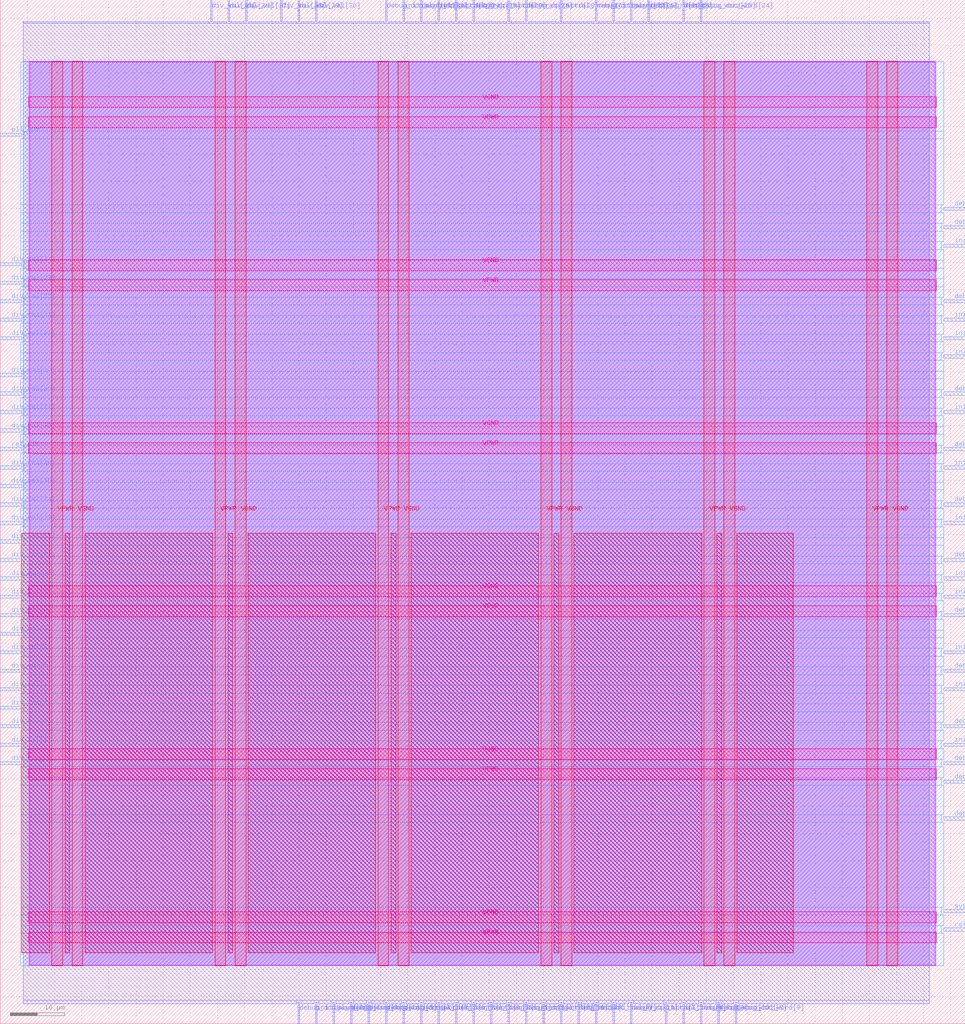
<source format=lef>
VERSION 5.7 ;
  NOWIREEXTENSIONATPIN ON ;
  DIVIDERCHAR "/" ;
  BUSBITCHARS "[]" ;
MACRO pll_top
  CLASS BLOCK ;
  FOREIGN pll_top ;
  ORIGIN 0.000 0.000 ;
  SIZE 177.635 BY 188.355 ;
  PIN VGND
    DIRECTION INOUT ;
    USE GROUND ;
    PORT
      LAYER met4 ;
        RECT 13.220 10.640 15.220 177.040 ;
    END
    PORT
      LAYER met4 ;
        RECT 43.220 10.640 45.220 177.040 ;
    END
    PORT
      LAYER met4 ;
        RECT 73.220 10.640 75.220 177.040 ;
    END
    PORT
      LAYER met4 ;
        RECT 103.220 10.640 105.220 177.040 ;
    END
    PORT
      LAYER met4 ;
        RECT 133.220 10.640 135.220 177.040 ;
    END
    PORT
      LAYER met4 ;
        RECT 163.220 10.640 165.220 177.040 ;
    END
    PORT
      LAYER met5 ;
        RECT 5.280 18.580 172.280 20.580 ;
    END
    PORT
      LAYER met5 ;
        RECT 5.280 48.580 172.280 50.580 ;
    END
    PORT
      LAYER met5 ;
        RECT 5.280 78.580 172.280 80.580 ;
    END
    PORT
      LAYER met5 ;
        RECT 5.280 108.580 172.280 110.580 ;
    END
    PORT
      LAYER met5 ;
        RECT 5.280 138.580 172.280 140.580 ;
    END
    PORT
      LAYER met5 ;
        RECT 5.280 168.580 172.280 170.580 ;
    END
  END VGND
  PIN VPWR
    DIRECTION INOUT ;
    USE POWER ;
    PORT
      LAYER met4 ;
        RECT 9.520 10.640 11.520 177.040 ;
    END
    PORT
      LAYER met4 ;
        RECT 39.520 10.640 41.520 177.040 ;
    END
    PORT
      LAYER met4 ;
        RECT 69.520 10.640 71.520 177.040 ;
    END
    PORT
      LAYER met4 ;
        RECT 99.520 10.640 101.520 177.040 ;
    END
    PORT
      LAYER met4 ;
        RECT 129.520 10.640 131.520 177.040 ;
    END
    PORT
      LAYER met4 ;
        RECT 159.520 10.640 161.520 177.040 ;
    END
    PORT
      LAYER met5 ;
        RECT 5.280 14.880 172.280 16.880 ;
    END
    PORT
      LAYER met5 ;
        RECT 5.280 44.880 172.280 46.880 ;
    END
    PORT
      LAYER met5 ;
        RECT 5.280 74.880 172.280 76.880 ;
    END
    PORT
      LAYER met5 ;
        RECT 5.280 104.880 172.280 106.880 ;
    END
    PORT
      LAYER met5 ;
        RECT 5.280 134.880 172.280 136.880 ;
    END
    PORT
      LAYER met5 ;
        RECT 5.280 164.880 172.280 166.880 ;
    END
  END VPWR
  PIN debug_dco_word[0]
    DIRECTION OUTPUT ;
    USE SIGNAL ;
    ANTENNADIFFAREA 0.445500 ;
    PORT
      LAYER met2 ;
        RECT 54.830 0.000 55.110 4.000 ;
    END
  END debug_dco_word[0]
  PIN debug_dco_word[10]
    DIRECTION OUTPUT ;
    USE SIGNAL ;
    ANTENNADIFFAREA 0.445500 ;
    PORT
      LAYER met2 ;
        RECT 128.890 0.000 129.170 4.000 ;
    END
  END debug_dco_word[10]
  PIN debug_dco_word[11]
    DIRECTION OUTPUT ;
    USE SIGNAL ;
    ANTENNADIFFAREA 0.445500 ;
    PORT
      LAYER met3 ;
        RECT 173.635 37.440 177.635 38.040 ;
    END
  END debug_dco_word[11]
  PIN debug_dco_word[12]
    DIRECTION OUTPUT ;
    USE SIGNAL ;
    ANTENNADIFFAREA 0.445500 ;
    PORT
      LAYER met3 ;
        RECT 173.635 44.240 177.635 44.840 ;
    END
  END debug_dco_word[12]
  PIN debug_dco_word[13]
    DIRECTION OUTPUT ;
    USE SIGNAL ;
    ANTENNADIFFAREA 0.445500 ;
    PORT
      LAYER met3 ;
        RECT 173.635 47.640 177.635 48.240 ;
    END
  END debug_dco_word[13]
  PIN debug_dco_word[14]
    DIRECTION OUTPUT ;
    USE SIGNAL ;
    ANTENNADIFFAREA 0.445500 ;
    PORT
      LAYER met3 ;
        RECT 173.635 54.440 177.635 55.040 ;
    END
  END debug_dco_word[14]
  PIN debug_dco_word[15]
    DIRECTION OUTPUT ;
    USE SIGNAL ;
    ANTENNADIFFAREA 0.445500 ;
    PORT
      LAYER met3 ;
        RECT 173.635 64.640 177.635 65.240 ;
    END
  END debug_dco_word[15]
  PIN debug_dco_word[16]
    DIRECTION OUTPUT ;
    USE SIGNAL ;
    ANTENNADIFFAREA 0.445500 ;
    PORT
      LAYER met3 ;
        RECT 173.635 74.840 177.635 75.440 ;
    END
  END debug_dco_word[16]
  PIN debug_dco_word[17]
    DIRECTION OUTPUT ;
    USE SIGNAL ;
    ANTENNADIFFAREA 0.445500 ;
    PORT
      LAYER met3 ;
        RECT 173.635 85.040 177.635 85.640 ;
    END
  END debug_dco_word[17]
  PIN debug_dco_word[18]
    DIRECTION OUTPUT ;
    USE SIGNAL ;
    ANTENNADIFFAREA 0.445500 ;
    PORT
      LAYER met3 ;
        RECT 173.635 95.240 177.635 95.840 ;
    END
  END debug_dco_word[18]
  PIN debug_dco_word[19]
    DIRECTION OUTPUT ;
    USE SIGNAL ;
    ANTENNADIFFAREA 0.445500 ;
    PORT
      LAYER met3 ;
        RECT 173.635 105.440 177.635 106.040 ;
    END
  END debug_dco_word[19]
  PIN debug_dco_word[1]
    DIRECTION OUTPUT ;
    USE SIGNAL ;
    ANTENNADIFFAREA 0.445500 ;
    PORT
      LAYER met2 ;
        RECT 64.490 0.000 64.770 4.000 ;
    END
  END debug_dco_word[1]
  PIN debug_dco_word[20]
    DIRECTION OUTPUT ;
    USE SIGNAL ;
    ANTENNADIFFAREA 0.445500 ;
    PORT
      LAYER met3 ;
        RECT 173.635 115.640 177.635 116.240 ;
    END
  END debug_dco_word[20]
  PIN debug_dco_word[21]
    DIRECTION OUTPUT ;
    USE SIGNAL ;
    ANTENNADIFFAREA 0.445500 ;
    PORT
      LAYER met3 ;
        RECT 173.635 132.640 177.635 133.240 ;
    END
  END debug_dco_word[21]
  PIN debug_dco_word[22]
    DIRECTION OUTPUT ;
    USE SIGNAL ;
    ANTENNADIFFAREA 0.445500 ;
    PORT
      LAYER met3 ;
        RECT 173.635 146.240 177.635 146.840 ;
    END
  END debug_dco_word[22]
  PIN debug_dco_word[23]
    DIRECTION OUTPUT ;
    USE SIGNAL ;
    ANTENNADIFFAREA 0.445500 ;
    PORT
      LAYER met3 ;
        RECT 173.635 149.640 177.635 150.240 ;
    END
  END debug_dco_word[23]
  PIN debug_dco_word[24]
    DIRECTION OUTPUT ;
    USE SIGNAL ;
    ANTENNADIFFAREA 0.445500 ;
    PORT
      LAYER met2 ;
        RECT 128.890 184.355 129.170 188.355 ;
    END
  END debug_dco_word[24]
  PIN debug_dco_word[25]
    DIRECTION OUTPUT ;
    USE SIGNAL ;
    ANTENNADIFFAREA 0.445500 ;
    PORT
      LAYER met2 ;
        RECT 125.670 184.355 125.950 188.355 ;
    END
  END debug_dco_word[25]
  PIN debug_dco_word[26]
    DIRECTION OUTPUT ;
    USE SIGNAL ;
    ANTENNADIFFAREA 0.445500 ;
    PORT
      LAYER met2 ;
        RECT 116.010 184.355 116.290 188.355 ;
    END
  END debug_dco_word[26]
  PIN debug_dco_word[27]
    DIRECTION OUTPUT ;
    USE SIGNAL ;
    ANTENNADIFFAREA 0.445500 ;
    PORT
      LAYER met2 ;
        RECT 109.570 184.355 109.850 188.355 ;
    END
  END debug_dco_word[27]
  PIN debug_dco_word[28]
    DIRECTION OUTPUT ;
    USE SIGNAL ;
    ANTENNADIFFAREA 0.445500 ;
    PORT
      LAYER met2 ;
        RECT 96.690 184.355 96.970 188.355 ;
    END
  END debug_dco_word[28]
  PIN debug_dco_word[29]
    DIRECTION OUTPUT ;
    USE SIGNAL ;
    ANTENNADIFFAREA 0.445500 ;
    PORT
      LAYER met2 ;
        RECT 87.030 184.355 87.310 188.355 ;
    END
  END debug_dco_word[29]
  PIN debug_dco_word[2]
    DIRECTION OUTPUT ;
    USE SIGNAL ;
    ANTENNADIFFAREA 0.445500 ;
    PORT
      LAYER met2 ;
        RECT 74.150 0.000 74.430 4.000 ;
    END
  END debug_dco_word[2]
  PIN debug_dco_word[30]
    DIRECTION OUTPUT ;
    USE SIGNAL ;
    ANTENNADIFFAREA 0.445500 ;
    PORT
      LAYER met2 ;
        RECT 77.370 184.355 77.650 188.355 ;
    END
  END debug_dco_word[30]
  PIN debug_dco_word[31]
    DIRECTION OUTPUT ;
    USE SIGNAL ;
    ANTENNADIFFAREA 0.445500 ;
    PORT
      LAYER met2 ;
        RECT 70.930 184.355 71.210 188.355 ;
    END
  END debug_dco_word[31]
  PIN debug_dco_word[3]
    DIRECTION OUTPUT ;
    USE SIGNAL ;
    ANTENNADIFFAREA 0.445500 ;
    PORT
      LAYER met2 ;
        RECT 70.930 0.000 71.210 4.000 ;
    END
  END debug_dco_word[3]
  PIN debug_dco_word[4]
    DIRECTION OUTPUT ;
    USE SIGNAL ;
    ANTENNADIFFAREA 0.445500 ;
    PORT
      LAYER met2 ;
        RECT 61.270 0.000 61.550 4.000 ;
    END
  END debug_dco_word[4]
  PIN debug_dco_word[5]
    DIRECTION OUTPUT ;
    USE SIGNAL ;
    ANTENNADIFFAREA 0.445500 ;
    PORT
      LAYER met2 ;
        RECT 67.710 0.000 67.990 4.000 ;
    END
  END debug_dco_word[5]
  PIN debug_dco_word[6]
    DIRECTION OUTPUT ;
    USE SIGNAL ;
    ANTENNADIFFAREA 0.445500 ;
    PORT
      LAYER met2 ;
        RECT 96.690 0.000 96.970 4.000 ;
    END
  END debug_dco_word[6]
  PIN debug_dco_word[7]
    DIRECTION OUTPUT ;
    USE SIGNAL ;
    ANTENNADIFFAREA 0.445500 ;
    PORT
      LAYER met2 ;
        RECT 116.010 0.000 116.290 4.000 ;
    END
  END debug_dco_word[7]
  PIN debug_dco_word[8]
    DIRECTION OUTPUT ;
    USE SIGNAL ;
    ANTENNADIFFAREA 0.445500 ;
    PORT
      LAYER met2 ;
        RECT 132.110 0.000 132.390 4.000 ;
    END
  END debug_dco_word[8]
  PIN debug_dco_word[9]
    DIRECTION OUTPUT ;
    USE SIGNAL ;
    ANTENNADIFFAREA 0.445500 ;
    PORT
      LAYER met2 ;
        RECT 135.330 0.000 135.610 4.000 ;
    END
  END debug_dco_word[9]
  PIN div_val[0]
    DIRECTION INPUT ;
    USE SIGNAL ;
    ANTENNAGATEAREA 0.196500 ;
    PORT
      LAYER met3 ;
        RECT 0.000 54.440 4.000 55.040 ;
    END
  END div_val[0]
  PIN div_val[10]
    DIRECTION INPUT ;
    USE SIGNAL ;
    ANTENNAGATEAREA 0.196500 ;
    PORT
      LAYER met3 ;
        RECT 0.000 81.640 4.000 82.240 ;
    END
  END div_val[10]
  PIN div_val[11]
    DIRECTION INPUT ;
    USE SIGNAL ;
    ANTENNAGATEAREA 0.196500 ;
    PORT
      LAYER met3 ;
        RECT 0.000 85.040 4.000 85.640 ;
    END
  END div_val[11]
  PIN div_val[12]
    DIRECTION INPUT ;
    USE SIGNAL ;
    ANTENNAGATEAREA 0.196500 ;
    PORT
      LAYER met3 ;
        RECT 0.000 88.440 4.000 89.040 ;
    END
  END div_val[12]
  PIN div_val[13]
    DIRECTION INPUT ;
    USE SIGNAL ;
    ANTENNAGATEAREA 0.196500 ;
    PORT
      LAYER met3 ;
        RECT 0.000 91.840 4.000 92.440 ;
    END
  END div_val[13]
  PIN div_val[14]
    DIRECTION INPUT ;
    USE SIGNAL ;
    ANTENNAGATEAREA 0.196500 ;
    PORT
      LAYER met3 ;
        RECT 0.000 95.240 4.000 95.840 ;
    END
  END div_val[14]
  PIN div_val[15]
    DIRECTION INPUT ;
    USE SIGNAL ;
    ANTENNAGATEAREA 0.196500 ;
    PORT
      LAYER met3 ;
        RECT 0.000 98.640 4.000 99.240 ;
    END
  END div_val[15]
  PIN div_val[16]
    DIRECTION INPUT ;
    USE SIGNAL ;
    ANTENNAGATEAREA 0.196500 ;
    PORT
      LAYER met3 ;
        RECT 0.000 102.040 4.000 102.640 ;
    END
  END div_val[16]
  PIN div_val[17]
    DIRECTION INPUT ;
    USE SIGNAL ;
    ANTENNAGATEAREA 0.196500 ;
    PORT
      LAYER met3 ;
        RECT 0.000 112.240 4.000 112.840 ;
    END
  END div_val[17]
  PIN div_val[18]
    DIRECTION INPUT ;
    USE SIGNAL ;
    ANTENNAGATEAREA 0.196500 ;
    PORT
      LAYER met3 ;
        RECT 0.000 108.840 4.000 109.440 ;
    END
  END div_val[18]
  PIN div_val[19]
    DIRECTION INPUT ;
    USE SIGNAL ;
    ANTENNAGATEAREA 0.196500 ;
    PORT
      LAYER met3 ;
        RECT 0.000 119.040 4.000 119.640 ;
    END
  END div_val[19]
  PIN div_val[1]
    DIRECTION INPUT ;
    USE SIGNAL ;
    ANTENNAGATEAREA 0.196500 ;
    PORT
      LAYER met3 ;
        RECT 0.000 61.240 4.000 61.840 ;
    END
  END div_val[1]
  PIN div_val[20]
    DIRECTION INPUT ;
    USE SIGNAL ;
    ANTENNAGATEAREA 0.196500 ;
    PORT
      LAYER met3 ;
        RECT 0.000 115.640 4.000 116.240 ;
    END
  END div_val[20]
  PIN div_val[21]
    DIRECTION INPUT ;
    USE SIGNAL ;
    ANTENNAGATEAREA 0.196500 ;
    PORT
      LAYER met3 ;
        RECT 0.000 125.840 4.000 126.440 ;
    END
  END div_val[21]
  PIN div_val[22]
    DIRECTION INPUT ;
    USE SIGNAL ;
    ANTENNAGATEAREA 0.196500 ;
    PORT
      LAYER met3 ;
        RECT 0.000 132.640 4.000 133.240 ;
    END
  END div_val[22]
  PIN div_val[23]
    DIRECTION INPUT ;
    USE SIGNAL ;
    ANTENNAGATEAREA 0.196500 ;
    PORT
      LAYER met3 ;
        RECT 0.000 136.040 4.000 136.640 ;
    END
  END div_val[23]
  PIN div_val[24]
    DIRECTION INPUT ;
    USE SIGNAL ;
    ANTENNAGATEAREA 0.196500 ;
    PORT
      LAYER met3 ;
        RECT 0.000 139.440 4.000 140.040 ;
    END
  END div_val[24]
  PIN div_val[25]
    DIRECTION INPUT ;
    USE SIGNAL ;
    ANTENNAGATEAREA 0.196500 ;
    PORT
      LAYER met2 ;
        RECT 38.730 184.355 39.010 188.355 ;
    END
  END div_val[25]
  PIN div_val[26]
    DIRECTION INPUT ;
    USE SIGNAL ;
    ANTENNAGATEAREA 0.196500 ;
    PORT
      LAYER met2 ;
        RECT 41.950 184.355 42.230 188.355 ;
    END
  END div_val[26]
  PIN div_val[27]
    DIRECTION INPUT ;
    USE SIGNAL ;
    ANTENNAGATEAREA 0.196500 ;
    PORT
      LAYER met2 ;
        RECT 45.170 184.355 45.450 188.355 ;
    END
  END div_val[27]
  PIN div_val[28]
    DIRECTION INPUT ;
    USE SIGNAL ;
    ANTENNAGATEAREA 0.196500 ;
    PORT
      LAYER met2 ;
        RECT 51.610 184.355 51.890 188.355 ;
    END
  END div_val[28]
  PIN div_val[29]
    DIRECTION INPUT ;
    USE SIGNAL ;
    ANTENNAGATEAREA 0.196500 ;
    PORT
      LAYER met2 ;
        RECT 54.830 184.355 55.110 188.355 ;
    END
  END div_val[29]
  PIN div_val[2]
    DIRECTION INPUT ;
    USE SIGNAL ;
    ANTENNAGATEAREA 0.196500 ;
    PORT
      LAYER met3 ;
        RECT 0.000 51.040 4.000 51.640 ;
    END
  END div_val[2]
  PIN div_val[30]
    DIRECTION INPUT ;
    USE SIGNAL ;
    ANTENNAGATEAREA 0.196500 ;
    PORT
      LAYER met2 ;
        RECT 58.050 184.355 58.330 188.355 ;
    END
  END div_val[30]
  PIN div_val[31]
    DIRECTION INPUT ;
    USE SIGNAL ;
    ANTENNAGATEAREA 0.196500 ;
    PORT
      LAYER met3 ;
        RECT 0.000 129.240 4.000 129.840 ;
    END
  END div_val[31]
  PIN div_val[3]
    DIRECTION INPUT ;
    USE SIGNAL ;
    ANTENNAGATEAREA 0.196500 ;
    PORT
      LAYER met3 ;
        RECT 0.000 47.640 4.000 48.240 ;
    END
  END div_val[3]
  PIN div_val[4]
    DIRECTION INPUT ;
    USE SIGNAL ;
    ANTENNAGATEAREA 0.196500 ;
    PORT
      LAYER met3 ;
        RECT 0.000 57.840 4.000 58.440 ;
    END
  END div_val[4]
  PIN div_val[5]
    DIRECTION INPUT ;
    USE SIGNAL ;
    ANTENNAGATEAREA 0.196500 ;
    PORT
      LAYER met3 ;
        RECT 0.000 64.640 4.000 65.240 ;
    END
  END div_val[5]
  PIN div_val[6]
    DIRECTION INPUT ;
    USE SIGNAL ;
    ANTENNAGATEAREA 0.196500 ;
    PORT
      LAYER met3 ;
        RECT 0.000 68.040 4.000 68.640 ;
    END
  END div_val[6]
  PIN div_val[7]
    DIRECTION INPUT ;
    USE SIGNAL ;
    ANTENNAGATEAREA 0.196500 ;
    PORT
      LAYER met3 ;
        RECT 0.000 71.440 4.000 72.040 ;
    END
  END div_val[7]
  PIN div_val[8]
    DIRECTION INPUT ;
    USE SIGNAL ;
    ANTENNAGATEAREA 0.196500 ;
    PORT
      LAYER met3 ;
        RECT 0.000 74.840 4.000 75.440 ;
    END
  END div_val[8]
  PIN div_val[9]
    DIRECTION INPUT ;
    USE SIGNAL ;
    ANTENNAGATEAREA 0.196500 ;
    PORT
      LAYER met3 ;
        RECT 0.000 78.240 4.000 78.840 ;
    END
  END div_val[9]
  PIN initial_freq[0]
    DIRECTION INPUT ;
    USE SIGNAL ;
    ANTENNAGATEAREA 0.196500 ;
    PORT
      LAYER met2 ;
        RECT 58.050 0.000 58.330 4.000 ;
    END
  END initial_freq[0]
  PIN initial_freq[10]
    DIRECTION INPUT ;
    USE SIGNAL ;
    ANTENNAGATEAREA 0.196500 ;
    PORT
      LAYER met2 ;
        RECT 99.910 0.000 100.190 4.000 ;
    END
  END initial_freq[10]
  PIN initial_freq[11]
    DIRECTION INPUT ;
    USE SIGNAL ;
    ANTENNAGATEAREA 0.196500 ;
    PORT
      LAYER met2 ;
        RECT 112.790 0.000 113.070 4.000 ;
    END
  END initial_freq[11]
  PIN initial_freq[12]
    DIRECTION INPUT ;
    USE SIGNAL ;
    ANTENNAGATEAREA 0.196500 ;
    PORT
      LAYER met2 ;
        RECT 125.670 0.000 125.950 4.000 ;
    END
  END initial_freq[12]
  PIN initial_freq[13]
    DIRECTION INPUT ;
    USE SIGNAL ;
    ANTENNAGATEAREA 0.196500 ;
    PORT
      LAYER met3 ;
        RECT 173.635 51.040 177.635 51.640 ;
    END
  END initial_freq[13]
  PIN initial_freq[14]
    DIRECTION INPUT ;
    USE SIGNAL ;
    ANTENNAGATEAREA 0.196500 ;
    PORT
      LAYER met3 ;
        RECT 173.635 61.240 177.635 61.840 ;
    END
  END initial_freq[14]
  PIN initial_freq[15]
    DIRECTION INPUT ;
    USE SIGNAL ;
    ANTENNAGATEAREA 0.196500 ;
    PORT
      LAYER met3 ;
        RECT 173.635 68.040 177.635 68.640 ;
    END
  END initial_freq[15]
  PIN initial_freq[16]
    DIRECTION INPUT ;
    USE SIGNAL ;
    ANTENNAGATEAREA 0.196500 ;
    PORT
      LAYER met3 ;
        RECT 173.635 78.240 177.635 78.840 ;
    END
  END initial_freq[16]
  PIN initial_freq[17]
    DIRECTION INPUT ;
    USE SIGNAL ;
    ANTENNAGATEAREA 0.196500 ;
    PORT
      LAYER met3 ;
        RECT 173.635 81.640 177.635 82.240 ;
    END
  END initial_freq[17]
  PIN initial_freq[18]
    DIRECTION INPUT ;
    USE SIGNAL ;
    ANTENNAGATEAREA 0.196500 ;
    PORT
      LAYER met3 ;
        RECT 173.635 91.840 177.635 92.440 ;
    END
  END initial_freq[18]
  PIN initial_freq[19]
    DIRECTION INPUT ;
    USE SIGNAL ;
    ANTENNAGATEAREA 0.196500 ;
    PORT
      LAYER met3 ;
        RECT 173.635 102.040 177.635 102.640 ;
    END
  END initial_freq[19]
  PIN initial_freq[1]
    DIRECTION INPUT ;
    USE SIGNAL ;
    ANTENNAGATEAREA 0.196500 ;
    PORT
      LAYER met2 ;
        RECT 93.470 0.000 93.750 4.000 ;
    END
  END initial_freq[1]
  PIN initial_freq[20]
    DIRECTION INPUT ;
    USE SIGNAL ;
    ANTENNAGATEAREA 0.196500 ;
    PORT
      LAYER met3 ;
        RECT 173.635 112.240 177.635 112.840 ;
    END
  END initial_freq[20]
  PIN initial_freq[21]
    DIRECTION INPUT ;
    USE SIGNAL ;
    ANTENNAGATEAREA 0.196500 ;
    PORT
      LAYER met3 ;
        RECT 173.635 122.440 177.635 123.040 ;
    END
  END initial_freq[21]
  PIN initial_freq[22]
    DIRECTION INPUT ;
    USE SIGNAL ;
    ANTENNAGATEAREA 0.196500 ;
    PORT
      LAYER met3 ;
        RECT 173.635 129.240 177.635 129.840 ;
    END
  END initial_freq[22]
  PIN initial_freq[23]
    DIRECTION INPUT ;
    USE SIGNAL ;
    ANTENNAGATEAREA 0.196500 ;
    PORT
      LAYER met3 ;
        RECT 173.635 142.840 177.635 143.440 ;
    END
  END initial_freq[23]
  PIN initial_freq[24]
    DIRECTION INPUT ;
    USE SIGNAL ;
    ANTENNAGATEAREA 0.196500 ;
    PORT
      LAYER met3 ;
        RECT 173.635 125.840 177.635 126.440 ;
    END
  END initial_freq[24]
  PIN initial_freq[25]
    DIRECTION INPUT ;
    USE SIGNAL ;
    ANTENNAGATEAREA 0.196500 ;
    PORT
      LAYER met2 ;
        RECT 119.230 184.355 119.510 188.355 ;
    END
  END initial_freq[25]
  PIN initial_freq[26]
    DIRECTION INPUT ;
    USE SIGNAL ;
    ANTENNAGATEAREA 0.196500 ;
    PORT
      LAYER met2 ;
        RECT 112.790 184.355 113.070 188.355 ;
    END
  END initial_freq[26]
  PIN initial_freq[27]
    DIRECTION INPUT ;
    USE SIGNAL ;
    ANTENNAGATEAREA 0.196500 ;
    PORT
      LAYER met2 ;
        RECT 103.130 184.355 103.410 188.355 ;
    END
  END initial_freq[27]
  PIN initial_freq[28]
    DIRECTION INPUT ;
    USE SIGNAL ;
    ANTENNAGATEAREA 0.196500 ;
    PORT
      LAYER met2 ;
        RECT 93.470 184.355 93.750 188.355 ;
    END
  END initial_freq[28]
  PIN initial_freq[29]
    DIRECTION INPUT ;
    USE SIGNAL ;
    ANTENNAGATEAREA 0.196500 ;
    PORT
      LAYER met2 ;
        RECT 83.810 184.355 84.090 188.355 ;
    END
  END initial_freq[29]
  PIN initial_freq[2]
    DIRECTION INPUT ;
    USE SIGNAL ;
    ANTENNAGATEAREA 0.196500 ;
    PORT
      LAYER met2 ;
        RECT 87.030 0.000 87.310 4.000 ;
    END
  END initial_freq[2]
  PIN initial_freq[30]
    DIRECTION INPUT ;
    USE SIGNAL ;
    ANTENNAGATEAREA 0.196500 ;
    PORT
      LAYER met2 ;
        RECT 80.590 184.355 80.870 188.355 ;
    END
  END initial_freq[30]
  PIN initial_freq[31]
    DIRECTION INPUT ;
    USE SIGNAL ;
    ANTENNAGATEAREA 0.196500 ;
    PORT
      LAYER met2 ;
        RECT 74.150 184.355 74.430 188.355 ;
    END
  END initial_freq[31]
  PIN initial_freq[3]
    DIRECTION INPUT ;
    USE SIGNAL ;
    ANTENNAGATEAREA 0.196500 ;
    PORT
      LAYER met2 ;
        RECT 80.590 0.000 80.870 4.000 ;
    END
  END initial_freq[3]
  PIN initial_freq[4]
    DIRECTION INPUT ;
    USE SIGNAL ;
    ANTENNAGATEAREA 0.196500 ;
    PORT
      LAYER met2 ;
        RECT 83.810 0.000 84.090 4.000 ;
    END
  END initial_freq[4]
  PIN initial_freq[5]
    DIRECTION INPUT ;
    USE SIGNAL ;
    ANTENNAGATEAREA 0.196500 ;
    PORT
      LAYER met2 ;
        RECT 77.370 0.000 77.650 4.000 ;
    END
  END initial_freq[5]
  PIN initial_freq[6]
    DIRECTION INPUT ;
    USE SIGNAL ;
    ANTENNAGATEAREA 0.196500 ;
    PORT
      LAYER met2 ;
        RECT 90.250 0.000 90.530 4.000 ;
    END
  END initial_freq[6]
  PIN initial_freq[7]
    DIRECTION INPUT ;
    USE SIGNAL ;
    ANTENNAGATEAREA 0.196500 ;
    PORT
      LAYER met2 ;
        RECT 103.130 0.000 103.410 4.000 ;
    END
  END initial_freq[7]
  PIN initial_freq[8]
    DIRECTION INPUT ;
    USE SIGNAL ;
    ANTENNAGATEAREA 0.196500 ;
    PORT
      LAYER met2 ;
        RECT 122.450 0.000 122.730 4.000 ;
    END
  END initial_freq[8]
  PIN initial_freq[9]
    DIRECTION INPUT ;
    USE SIGNAL ;
    ANTENNAGATEAREA 0.196500 ;
    PORT
      LAYER met2 ;
        RECT 109.570 0.000 109.850 4.000 ;
    END
  END initial_freq[9]
  PIN lock_detect
    DIRECTION OUTPUT ;
    USE SIGNAL ;
    ANTENNADIFFAREA 0.445500 ;
    PORT
      LAYER met2 ;
        RECT 106.350 0.000 106.630 4.000 ;
    END
  END lock_detect
  PIN pll_out
    DIRECTION OUTPUT ;
    USE SIGNAL ;
    ANTENNADIFFAREA 0.445500 ;
    PORT
      LAYER met3 ;
        RECT 0.000 163.240 4.000 163.840 ;
    END
  END pll_out
  PIN ref_clk
    DIRECTION INPUT ;
    USE SIGNAL ;
    ANTENNAGATEAREA 0.196500 ;
    PORT
      LAYER met3 ;
        RECT 0.000 105.440 4.000 106.040 ;
    END
  END ref_clk
  PIN rst_n
    DIRECTION INPUT ;
    USE SIGNAL ;
    ANTENNAGATEAREA 0.196500 ;
    PORT
      LAYER met3 ;
        RECT 173.635 17.040 177.635 17.640 ;
    END
  END rst_n
  PIN sys_clk
    DIRECTION INPUT ;
    USE SIGNAL ;
    ANTENNAGATEAREA 0.852000 ;
    PORT
      LAYER met3 ;
        RECT 173.635 20.440 177.635 21.040 ;
    END
  END sys_clk
  OBS
      LAYER nwell ;
        RECT 5.330 10.795 172.230 176.990 ;
      LAYER li1 ;
        RECT 5.520 10.795 172.040 176.885 ;
      LAYER met1 ;
        RECT 4.210 10.640 172.040 177.040 ;
      LAYER met2 ;
        RECT 4.230 184.075 38.450 184.355 ;
        RECT 39.290 184.075 41.670 184.355 ;
        RECT 42.510 184.075 44.890 184.355 ;
        RECT 45.730 184.075 51.330 184.355 ;
        RECT 52.170 184.075 54.550 184.355 ;
        RECT 55.390 184.075 57.770 184.355 ;
        RECT 58.610 184.075 70.650 184.355 ;
        RECT 71.490 184.075 73.870 184.355 ;
        RECT 74.710 184.075 77.090 184.355 ;
        RECT 77.930 184.075 80.310 184.355 ;
        RECT 81.150 184.075 83.530 184.355 ;
        RECT 84.370 184.075 86.750 184.355 ;
        RECT 87.590 184.075 93.190 184.355 ;
        RECT 94.030 184.075 96.410 184.355 ;
        RECT 97.250 184.075 102.850 184.355 ;
        RECT 103.690 184.075 109.290 184.355 ;
        RECT 110.130 184.075 112.510 184.355 ;
        RECT 113.350 184.075 115.730 184.355 ;
        RECT 116.570 184.075 118.950 184.355 ;
        RECT 119.790 184.075 125.390 184.355 ;
        RECT 126.230 184.075 128.610 184.355 ;
        RECT 129.450 184.075 171.020 184.355 ;
        RECT 4.230 4.280 171.020 184.075 ;
        RECT 4.230 3.670 54.550 4.280 ;
        RECT 55.390 3.670 57.770 4.280 ;
        RECT 58.610 3.670 60.990 4.280 ;
        RECT 61.830 3.670 64.210 4.280 ;
        RECT 65.050 3.670 67.430 4.280 ;
        RECT 68.270 3.670 70.650 4.280 ;
        RECT 71.490 3.670 73.870 4.280 ;
        RECT 74.710 3.670 77.090 4.280 ;
        RECT 77.930 3.670 80.310 4.280 ;
        RECT 81.150 3.670 83.530 4.280 ;
        RECT 84.370 3.670 86.750 4.280 ;
        RECT 87.590 3.670 89.970 4.280 ;
        RECT 90.810 3.670 93.190 4.280 ;
        RECT 94.030 3.670 96.410 4.280 ;
        RECT 97.250 3.670 99.630 4.280 ;
        RECT 100.470 3.670 102.850 4.280 ;
        RECT 103.690 3.670 106.070 4.280 ;
        RECT 106.910 3.670 109.290 4.280 ;
        RECT 110.130 3.670 112.510 4.280 ;
        RECT 113.350 3.670 115.730 4.280 ;
        RECT 116.570 3.670 122.170 4.280 ;
        RECT 123.010 3.670 125.390 4.280 ;
        RECT 126.230 3.670 128.610 4.280 ;
        RECT 129.450 3.670 131.830 4.280 ;
        RECT 132.670 3.670 135.050 4.280 ;
        RECT 135.890 3.670 171.020 4.280 ;
      LAYER met3 ;
        RECT 3.750 164.240 173.635 176.965 ;
        RECT 4.400 162.840 173.635 164.240 ;
        RECT 3.750 150.640 173.635 162.840 ;
        RECT 3.750 149.240 173.235 150.640 ;
        RECT 3.750 147.240 173.635 149.240 ;
        RECT 3.750 145.840 173.235 147.240 ;
        RECT 3.750 143.840 173.635 145.840 ;
        RECT 3.750 142.440 173.235 143.840 ;
        RECT 3.750 140.440 173.635 142.440 ;
        RECT 4.400 139.040 173.635 140.440 ;
        RECT 3.750 137.040 173.635 139.040 ;
        RECT 4.400 135.640 173.635 137.040 ;
        RECT 3.750 133.640 173.635 135.640 ;
        RECT 4.400 132.240 173.235 133.640 ;
        RECT 3.750 130.240 173.635 132.240 ;
        RECT 4.400 128.840 173.235 130.240 ;
        RECT 3.750 126.840 173.635 128.840 ;
        RECT 4.400 125.440 173.235 126.840 ;
        RECT 3.750 123.440 173.635 125.440 ;
        RECT 3.750 122.040 173.235 123.440 ;
        RECT 3.750 120.040 173.635 122.040 ;
        RECT 4.400 118.640 173.635 120.040 ;
        RECT 3.750 116.640 173.635 118.640 ;
        RECT 4.400 115.240 173.235 116.640 ;
        RECT 3.750 113.240 173.635 115.240 ;
        RECT 4.400 111.840 173.235 113.240 ;
        RECT 3.750 109.840 173.635 111.840 ;
        RECT 4.400 108.440 173.635 109.840 ;
        RECT 3.750 106.440 173.635 108.440 ;
        RECT 4.400 105.040 173.235 106.440 ;
        RECT 3.750 103.040 173.635 105.040 ;
        RECT 4.400 101.640 173.235 103.040 ;
        RECT 3.750 99.640 173.635 101.640 ;
        RECT 4.400 98.240 173.635 99.640 ;
        RECT 3.750 96.240 173.635 98.240 ;
        RECT 4.400 94.840 173.235 96.240 ;
        RECT 3.750 92.840 173.635 94.840 ;
        RECT 4.400 91.440 173.235 92.840 ;
        RECT 3.750 89.440 173.635 91.440 ;
        RECT 4.400 88.040 173.635 89.440 ;
        RECT 3.750 86.040 173.635 88.040 ;
        RECT 4.400 84.640 173.235 86.040 ;
        RECT 3.750 82.640 173.635 84.640 ;
        RECT 4.400 81.240 173.235 82.640 ;
        RECT 3.750 79.240 173.635 81.240 ;
        RECT 4.400 77.840 173.235 79.240 ;
        RECT 3.750 75.840 173.635 77.840 ;
        RECT 4.400 74.440 173.235 75.840 ;
        RECT 3.750 72.440 173.635 74.440 ;
        RECT 4.400 71.040 173.635 72.440 ;
        RECT 3.750 69.040 173.635 71.040 ;
        RECT 4.400 67.640 173.235 69.040 ;
        RECT 3.750 65.640 173.635 67.640 ;
        RECT 4.400 64.240 173.235 65.640 ;
        RECT 3.750 62.240 173.635 64.240 ;
        RECT 4.400 60.840 173.235 62.240 ;
        RECT 3.750 58.840 173.635 60.840 ;
        RECT 4.400 57.440 173.635 58.840 ;
        RECT 3.750 55.440 173.635 57.440 ;
        RECT 4.400 54.040 173.235 55.440 ;
        RECT 3.750 52.040 173.635 54.040 ;
        RECT 4.400 50.640 173.235 52.040 ;
        RECT 3.750 48.640 173.635 50.640 ;
        RECT 4.400 47.240 173.235 48.640 ;
        RECT 3.750 45.240 173.635 47.240 ;
        RECT 3.750 43.840 173.235 45.240 ;
        RECT 3.750 38.440 173.635 43.840 ;
        RECT 3.750 37.040 173.235 38.440 ;
        RECT 3.750 21.440 173.635 37.040 ;
        RECT 3.750 20.040 173.235 21.440 ;
        RECT 3.750 18.040 173.635 20.040 ;
        RECT 3.750 16.640 173.235 18.040 ;
        RECT 3.750 10.715 173.635 16.640 ;
      LAYER met4 ;
        RECT 3.975 13.095 9.120 90.265 ;
        RECT 11.920 13.095 12.820 90.265 ;
        RECT 15.620 13.095 39.120 90.265 ;
        RECT 41.920 13.095 42.820 90.265 ;
        RECT 45.620 13.095 69.120 90.265 ;
        RECT 71.920 13.095 72.820 90.265 ;
        RECT 75.620 13.095 99.120 90.265 ;
        RECT 101.920 13.095 102.820 90.265 ;
        RECT 105.620 13.095 129.120 90.265 ;
        RECT 131.920 13.095 132.820 90.265 ;
        RECT 135.620 13.095 145.985 90.265 ;
  END
END pll_top
END LIBRARY


</source>
